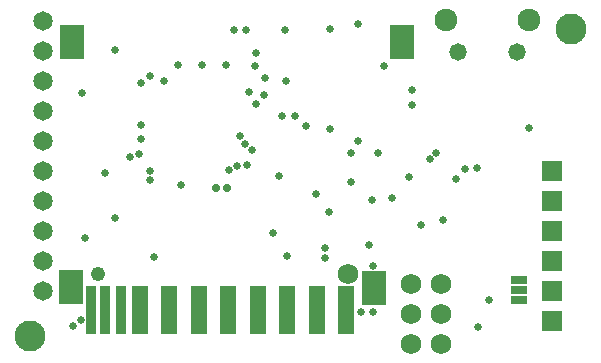
<source format=gbs>
G75*
%MOIN*%
%OFA0B0*%
%FSLAX25Y25*%
%IPPOS*%
%LPD*%
%AMOC8*
5,1,8,0,0,1.08239X$1,22.5*
%
%ADD10C,0.10343*%
%ADD11C,0.06900*%
%ADD12C,0.06500*%
%ADD13R,0.06500X0.06500*%
%ADD14R,0.05500X0.03000*%
%ADD15C,0.05815*%
%ADD16C,0.07587*%
%ADD17R,0.08374X0.11524*%
%ADD18R,0.03256X0.16248*%
%ADD19R,0.05224X0.16248*%
%ADD20C,0.04831*%
%ADD21C,0.06799*%
%ADD22C,0.02681*%
%ADD23C,0.02878*%
D10*
X0018000Y0018714D03*
X0198500Y0121214D03*
D11*
X0155000Y0036214D03*
X0145000Y0036214D03*
X0145000Y0026214D03*
X0155000Y0026214D03*
X0155000Y0016214D03*
X0145000Y0016214D03*
D12*
X0022500Y0033714D03*
X0022500Y0043714D03*
X0022500Y0053714D03*
X0022500Y0063714D03*
X0022500Y0073714D03*
X0022500Y0083714D03*
X0022500Y0093714D03*
X0022500Y0103714D03*
X0022500Y0113714D03*
X0022500Y0123714D03*
D13*
X0192000Y0073714D03*
X0192000Y0063714D03*
X0192000Y0053714D03*
X0192000Y0043714D03*
X0192000Y0033714D03*
X0192000Y0023714D03*
D14*
X0181000Y0031014D03*
X0181000Y0034214D03*
X0181000Y0037414D03*
D15*
X0180343Y0113584D03*
X0160657Y0113584D03*
D16*
X0156720Y0124214D03*
X0184280Y0124214D03*
D17*
X0142012Y0117041D03*
X0032169Y0117041D03*
X0031776Y0035151D03*
X0132563Y0034758D03*
D18*
X0048311Y0027671D03*
X0043193Y0027671D03*
X0038469Y0027671D03*
D19*
X0054610Y0027671D03*
X0064453Y0027671D03*
X0074295Y0027671D03*
X0084138Y0027671D03*
X0093980Y0027671D03*
X0103823Y0027671D03*
X0113665Y0027671D03*
X0123508Y0027671D03*
D20*
X0040831Y0039482D03*
D21*
X0123902Y0039482D03*
D22*
X0132500Y0042214D03*
X0131000Y0049214D03*
X0116500Y0048214D03*
X0116500Y0044714D03*
X0103823Y0045392D03*
X0099119Y0053333D03*
X0113500Y0066214D03*
X0117631Y0060346D03*
X0132000Y0064214D03*
X0138589Y0064714D03*
X0144500Y0071714D03*
X0151419Y0077795D03*
X0153550Y0079925D03*
X0163189Y0074525D03*
X0167000Y0074714D03*
X0160000Y0071214D03*
X0155673Y0057388D03*
X0148500Y0055714D03*
X0125000Y0070214D03*
X0125000Y0079714D03*
X0127500Y0083714D03*
X0134131Y0079846D03*
X0118000Y0087714D03*
X0110000Y0088714D03*
X0106500Y0092214D03*
X0102119Y0092333D03*
X0093500Y0096214D03*
X0096000Y0099214D03*
X0091000Y0100214D03*
X0096500Y0104714D03*
X0093089Y0108714D03*
X0093500Y0113292D03*
X0083500Y0109303D03*
X0075500Y0109303D03*
X0067500Y0109303D03*
X0062578Y0103972D03*
X0058000Y0105503D03*
X0055000Y0103214D03*
X0046500Y0114214D03*
X0035500Y0099714D03*
X0055000Y0089214D03*
X0055000Y0084636D03*
X0054543Y0079520D03*
X0051500Y0078510D03*
X0058000Y0073892D03*
X0058000Y0070914D03*
X0068500Y0069214D03*
X0084500Y0074214D03*
X0087179Y0075534D03*
X0090500Y0075925D03*
X0092000Y0080714D03*
X0089743Y0082714D03*
X0088000Y0085425D03*
X0101000Y0072214D03*
X0059500Y0045214D03*
X0046500Y0058214D03*
X0036500Y0051425D03*
X0043089Y0073214D03*
X0103500Y0103714D03*
X0103000Y0120714D03*
X0090000Y0120714D03*
X0086000Y0120714D03*
X0117909Y0121306D03*
X0127500Y0122714D03*
X0136104Y0108714D03*
X0145500Y0100714D03*
X0145500Y0095714D03*
X0184500Y0088214D03*
X0171000Y0030714D03*
X0167500Y0021714D03*
X0132500Y0026714D03*
X0128500Y0026714D03*
X0035000Y0024214D03*
X0032500Y0022214D03*
D23*
X0080119Y0068096D03*
X0083597Y0068214D03*
M02*

</source>
